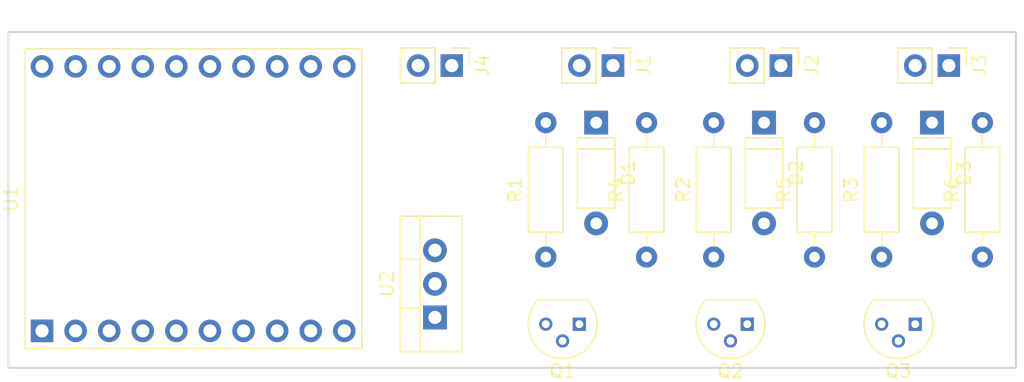
<source format=kicad_pcb>
(kicad_pcb (version 4) (host pcbnew 4.0.6)

  (general
    (links 29)
    (no_connects 29)
    (area 165.024999 68.504999 241.375001 119.455001)
    (thickness 1.6)
    (drawings 4)
    (tracks 0)
    (zones 0)
    (modules 18)
    (nets 16)
  )

  (page A4)
  (layers
    (0 F.Cu signal)
    (31 B.Cu signal)
    (32 B.Adhes user)
    (33 F.Adhes user)
    (34 B.Paste user)
    (35 F.Paste user)
    (36 B.SilkS user)
    (37 F.SilkS user)
    (38 B.Mask user)
    (39 F.Mask user)
    (40 Dwgs.User user)
    (41 Cmts.User user)
    (42 Eco1.User user)
    (43 Eco2.User user)
    (44 Edge.Cuts user)
    (45 Margin user)
    (46 B.CrtYd user)
    (47 F.CrtYd user)
    (48 B.Fab user)
    (49 F.Fab user)
  )

  (setup
    (last_trace_width 0.25)
    (trace_clearance 0.2)
    (zone_clearance 0.508)
    (zone_45_only no)
    (trace_min 0.2)
    (segment_width 0.2)
    (edge_width 0.15)
    (via_size 0.6)
    (via_drill 0.4)
    (via_min_size 0.4)
    (via_min_drill 0.3)
    (uvia_size 0.3)
    (uvia_drill 0.1)
    (uvias_allowed no)
    (uvia_min_size 0.2)
    (uvia_min_drill 0.1)
    (pcb_text_width 0.3)
    (pcb_text_size 1.5 1.5)
    (mod_edge_width 0.15)
    (mod_text_size 1 1)
    (mod_text_width 0.15)
    (pad_size 1.524 1.524)
    (pad_drill 0.762)
    (pad_to_mask_clearance 0.2)
    (aux_axis_origin 0 0)
    (visible_elements FFFFFF7F)
    (pcbplotparams
      (layerselection 0x00030_80000001)
      (usegerberextensions false)
      (excludeedgelayer true)
      (linewidth 0.100000)
      (plotframeref false)
      (viasonmask false)
      (mode 1)
      (useauxorigin false)
      (hpglpennumber 1)
      (hpglpenspeed 20)
      (hpglpendiameter 15)
      (hpglpenoverlay 2)
      (psnegative false)
      (psa4output false)
      (plotreference true)
      (plotvalue true)
      (plotinvisibletext false)
      (padsonsilk false)
      (subtractmaskfromsilk false)
      (outputformat 1)
      (mirror false)
      (drillshape 1)
      (scaleselection 1)
      (outputdirectory ""))
  )

  (net 0 "")
  (net 1 +12V)
  (net 2 "Net-(D1-Pad2)")
  (net 3 "Net-(D2-Pad2)")
  (net 4 "Net-(D3-Pad2)")
  (net 5 "Net-(J1-Pad2)")
  (net 6 "Net-(J2-Pad2)")
  (net 7 "Net-(J3-Pad2)")
  (net 8 GND)
  (net 9 "Net-(Q1-Pad2)")
  (net 10 "Net-(Q2-Pad2)")
  (net 11 "Net-(Q3-Pad2)")
  (net 12 "Net-(R1-Pad2)")
  (net 13 "Net-(R2-Pad2)")
  (net 14 "Net-(R3-Pad2)")
  (net 15 +3V3)

  (net_class Default "This is the default net class."
    (clearance 0.2)
    (trace_width 0.25)
    (via_dia 0.6)
    (via_drill 0.4)
    (uvia_dia 0.3)
    (uvia_drill 0.1)
    (add_net +12V)
    (add_net +3V3)
    (add_net GND)
    (add_net "Net-(D1-Pad2)")
    (add_net "Net-(D2-Pad2)")
    (add_net "Net-(D3-Pad2)")
    (add_net "Net-(J1-Pad2)")
    (add_net "Net-(J2-Pad2)")
    (add_net "Net-(J3-Pad2)")
    (add_net "Net-(Q1-Pad2)")
    (add_net "Net-(Q2-Pad2)")
    (add_net "Net-(Q3-Pad2)")
    (add_net "Net-(R1-Pad2)")
    (add_net "Net-(R2-Pad2)")
    (add_net "Net-(R3-Pad2)")
  )

  (module Diodes_ThroughHole:D_A-405_P7.62mm_Horizontal (layer F.Cu) (tedit 5921392E) (tstamp 59291490)
    (at 209.55 75.438 270)
    (descr "D, A-405 series, Axial, Horizontal, pin pitch=7.62mm, , length*diameter=5.2*2.7mm^2, , http://www.diodes.com/_files/packages/A-405.pdf")
    (tags "D A-405 series Axial Horizontal pin pitch 7.62mm  length 5.2mm diameter 2.7mm")
    (path /592915D9)
    (fp_text reference D1 (at 3.81 -2.41 270) (layer F.SilkS)
      (effects (font (size 1 1) (thickness 0.15)))
    )
    (fp_text value D (at 3.81 2.41 270) (layer F.Fab)
      (effects (font (size 1 1) (thickness 0.15)))
    )
    (fp_text user %R (at 3.81 0 270) (layer F.Fab)
      (effects (font (size 1 1) (thickness 0.15)))
    )
    (fp_line (start 1.21 -1.35) (end 1.21 1.35) (layer F.Fab) (width 0.1))
    (fp_line (start 1.21 1.35) (end 6.41 1.35) (layer F.Fab) (width 0.1))
    (fp_line (start 6.41 1.35) (end 6.41 -1.35) (layer F.Fab) (width 0.1))
    (fp_line (start 6.41 -1.35) (end 1.21 -1.35) (layer F.Fab) (width 0.1))
    (fp_line (start 0 0) (end 1.21 0) (layer F.Fab) (width 0.1))
    (fp_line (start 7.62 0) (end 6.41 0) (layer F.Fab) (width 0.1))
    (fp_line (start 1.99 -1.35) (end 1.99 1.35) (layer F.Fab) (width 0.1))
    (fp_line (start 1.15 -1.41) (end 1.15 1.41) (layer F.SilkS) (width 0.12))
    (fp_line (start 1.15 1.41) (end 6.47 1.41) (layer F.SilkS) (width 0.12))
    (fp_line (start 6.47 1.41) (end 6.47 -1.41) (layer F.SilkS) (width 0.12))
    (fp_line (start 6.47 -1.41) (end 1.15 -1.41) (layer F.SilkS) (width 0.12))
    (fp_line (start 1.08 0) (end 1.15 0) (layer F.SilkS) (width 0.12))
    (fp_line (start 6.54 0) (end 6.47 0) (layer F.SilkS) (width 0.12))
    (fp_line (start 1.99 -1.41) (end 1.99 1.41) (layer F.SilkS) (width 0.12))
    (fp_line (start -1.15 -1.7) (end -1.15 1.7) (layer F.CrtYd) (width 0.05))
    (fp_line (start -1.15 1.7) (end 8.8 1.7) (layer F.CrtYd) (width 0.05))
    (fp_line (start 8.8 1.7) (end 8.8 -1.7) (layer F.CrtYd) (width 0.05))
    (fp_line (start 8.8 -1.7) (end -1.15 -1.7) (layer F.CrtYd) (width 0.05))
    (pad 1 thru_hole rect (at 0 0 270) (size 1.8 1.8) (drill 0.9) (layers *.Cu *.Mask)
      (net 1 +12V))
    (pad 2 thru_hole oval (at 7.62 0 270) (size 1.8 1.8) (drill 0.9) (layers *.Cu *.Mask)
      (net 2 "Net-(D1-Pad2)"))
    (model ${KISYS3DMOD}/Diodes_THT.3dshapes/D_A-405_P7.62mm_Horizontal.wrl
      (at (xyz 0 0 0))
      (scale (xyz 0.393701 0.393701 0.393701))
      (rotate (xyz 0 0 0))
    )
  )

  (module Diodes_ThroughHole:D_A-405_P7.62mm_Horizontal (layer F.Cu) (tedit 5921392E) (tstamp 59291496)
    (at 222.25 75.438 270)
    (descr "D, A-405 series, Axial, Horizontal, pin pitch=7.62mm, , length*diameter=5.2*2.7mm^2, , http://www.diodes.com/_files/packages/A-405.pdf")
    (tags "D A-405 series Axial Horizontal pin pitch 7.62mm  length 5.2mm diameter 2.7mm")
    (path /59242B6F)
    (fp_text reference D2 (at 3.81 -2.41 270) (layer F.SilkS)
      (effects (font (size 1 1) (thickness 0.15)))
    )
    (fp_text value D (at 3.81 2.41 270) (layer F.Fab)
      (effects (font (size 1 1) (thickness 0.15)))
    )
    (fp_text user %R (at 3.81 0 270) (layer F.Fab)
      (effects (font (size 1 1) (thickness 0.15)))
    )
    (fp_line (start 1.21 -1.35) (end 1.21 1.35) (layer F.Fab) (width 0.1))
    (fp_line (start 1.21 1.35) (end 6.41 1.35) (layer F.Fab) (width 0.1))
    (fp_line (start 6.41 1.35) (end 6.41 -1.35) (layer F.Fab) (width 0.1))
    (fp_line (start 6.41 -1.35) (end 1.21 -1.35) (layer F.Fab) (width 0.1))
    (fp_line (start 0 0) (end 1.21 0) (layer F.Fab) (width 0.1))
    (fp_line (start 7.62 0) (end 6.41 0) (layer F.Fab) (width 0.1))
    (fp_line (start 1.99 -1.35) (end 1.99 1.35) (layer F.Fab) (width 0.1))
    (fp_line (start 1.15 -1.41) (end 1.15 1.41) (layer F.SilkS) (width 0.12))
    (fp_line (start 1.15 1.41) (end 6.47 1.41) (layer F.SilkS) (width 0.12))
    (fp_line (start 6.47 1.41) (end 6.47 -1.41) (layer F.SilkS) (width 0.12))
    (fp_line (start 6.47 -1.41) (end 1.15 -1.41) (layer F.SilkS) (width 0.12))
    (fp_line (start 1.08 0) (end 1.15 0) (layer F.SilkS) (width 0.12))
    (fp_line (start 6.54 0) (end 6.47 0) (layer F.SilkS) (width 0.12))
    (fp_line (start 1.99 -1.41) (end 1.99 1.41) (layer F.SilkS) (width 0.12))
    (fp_line (start -1.15 -1.7) (end -1.15 1.7) (layer F.CrtYd) (width 0.05))
    (fp_line (start -1.15 1.7) (end 8.8 1.7) (layer F.CrtYd) (width 0.05))
    (fp_line (start 8.8 1.7) (end 8.8 -1.7) (layer F.CrtYd) (width 0.05))
    (fp_line (start 8.8 -1.7) (end -1.15 -1.7) (layer F.CrtYd) (width 0.05))
    (pad 1 thru_hole rect (at 0 0 270) (size 1.8 1.8) (drill 0.9) (layers *.Cu *.Mask)
      (net 1 +12V))
    (pad 2 thru_hole oval (at 7.62 0 270) (size 1.8 1.8) (drill 0.9) (layers *.Cu *.Mask)
      (net 3 "Net-(D2-Pad2)"))
    (model ${KISYS3DMOD}/Diodes_THT.3dshapes/D_A-405_P7.62mm_Horizontal.wrl
      (at (xyz 0 0 0))
      (scale (xyz 0.393701 0.393701 0.393701))
      (rotate (xyz 0 0 0))
    )
  )

  (module Diodes_ThroughHole:D_A-405_P7.62mm_Horizontal (layer F.Cu) (tedit 5921392E) (tstamp 5929149C)
    (at 234.95 75.438 270)
    (descr "D, A-405 series, Axial, Horizontal, pin pitch=7.62mm, , length*diameter=5.2*2.7mm^2, , http://www.diodes.com/_files/packages/A-405.pdf")
    (tags "D A-405 series Axial Horizontal pin pitch 7.62mm  length 5.2mm diameter 2.7mm")
    (path /59291706)
    (fp_text reference D3 (at 3.81 -2.41 270) (layer F.SilkS)
      (effects (font (size 1 1) (thickness 0.15)))
    )
    (fp_text value D (at 3.81 2.41 270) (layer F.Fab)
      (effects (font (size 1 1) (thickness 0.15)))
    )
    (fp_text user %R (at 3.81 0 270) (layer F.Fab)
      (effects (font (size 1 1) (thickness 0.15)))
    )
    (fp_line (start 1.21 -1.35) (end 1.21 1.35) (layer F.Fab) (width 0.1))
    (fp_line (start 1.21 1.35) (end 6.41 1.35) (layer F.Fab) (width 0.1))
    (fp_line (start 6.41 1.35) (end 6.41 -1.35) (layer F.Fab) (width 0.1))
    (fp_line (start 6.41 -1.35) (end 1.21 -1.35) (layer F.Fab) (width 0.1))
    (fp_line (start 0 0) (end 1.21 0) (layer F.Fab) (width 0.1))
    (fp_line (start 7.62 0) (end 6.41 0) (layer F.Fab) (width 0.1))
    (fp_line (start 1.99 -1.35) (end 1.99 1.35) (layer F.Fab) (width 0.1))
    (fp_line (start 1.15 -1.41) (end 1.15 1.41) (layer F.SilkS) (width 0.12))
    (fp_line (start 1.15 1.41) (end 6.47 1.41) (layer F.SilkS) (width 0.12))
    (fp_line (start 6.47 1.41) (end 6.47 -1.41) (layer F.SilkS) (width 0.12))
    (fp_line (start 6.47 -1.41) (end 1.15 -1.41) (layer F.SilkS) (width 0.12))
    (fp_line (start 1.08 0) (end 1.15 0) (layer F.SilkS) (width 0.12))
    (fp_line (start 6.54 0) (end 6.47 0) (layer F.SilkS) (width 0.12))
    (fp_line (start 1.99 -1.41) (end 1.99 1.41) (layer F.SilkS) (width 0.12))
    (fp_line (start -1.15 -1.7) (end -1.15 1.7) (layer F.CrtYd) (width 0.05))
    (fp_line (start -1.15 1.7) (end 8.8 1.7) (layer F.CrtYd) (width 0.05))
    (fp_line (start 8.8 1.7) (end 8.8 -1.7) (layer F.CrtYd) (width 0.05))
    (fp_line (start 8.8 -1.7) (end -1.15 -1.7) (layer F.CrtYd) (width 0.05))
    (pad 1 thru_hole rect (at 0 0 270) (size 1.8 1.8) (drill 0.9) (layers *.Cu *.Mask)
      (net 1 +12V))
    (pad 2 thru_hole oval (at 7.62 0 270) (size 1.8 1.8) (drill 0.9) (layers *.Cu *.Mask)
      (net 4 "Net-(D3-Pad2)"))
    (model ${KISYS3DMOD}/Diodes_THT.3dshapes/D_A-405_P7.62mm_Horizontal.wrl
      (at (xyz 0 0 0))
      (scale (xyz 0.393701 0.393701 0.393701))
      (rotate (xyz 0 0 0))
    )
  )

  (module Pin_Headers:Pin_Header_Straight_1x02_Pitch2.54mm (layer F.Cu) (tedit 58CD4EC1) (tstamp 592914A2)
    (at 210.82 71.12 270)
    (descr "Through hole straight pin header, 1x02, 2.54mm pitch, single row")
    (tags "Through hole pin header THT 1x02 2.54mm single row")
    (path /592915E6)
    (fp_text reference J1 (at 0 -2.33 270) (layer F.SilkS)
      (effects (font (size 1 1) (thickness 0.15)))
    )
    (fp_text value CONN_01X02 (at 0 4.87 270) (layer F.Fab)
      (effects (font (size 1 1) (thickness 0.15)))
    )
    (fp_line (start -1.27 -1.27) (end -1.27 3.81) (layer F.Fab) (width 0.1))
    (fp_line (start -1.27 3.81) (end 1.27 3.81) (layer F.Fab) (width 0.1))
    (fp_line (start 1.27 3.81) (end 1.27 -1.27) (layer F.Fab) (width 0.1))
    (fp_line (start 1.27 -1.27) (end -1.27 -1.27) (layer F.Fab) (width 0.1))
    (fp_line (start -1.33 1.27) (end -1.33 3.87) (layer F.SilkS) (width 0.12))
    (fp_line (start -1.33 3.87) (end 1.33 3.87) (layer F.SilkS) (width 0.12))
    (fp_line (start 1.33 3.87) (end 1.33 1.27) (layer F.SilkS) (width 0.12))
    (fp_line (start 1.33 1.27) (end -1.33 1.27) (layer F.SilkS) (width 0.12))
    (fp_line (start -1.33 0) (end -1.33 -1.33) (layer F.SilkS) (width 0.12))
    (fp_line (start -1.33 -1.33) (end 0 -1.33) (layer F.SilkS) (width 0.12))
    (fp_line (start -1.8 -1.8) (end -1.8 4.35) (layer F.CrtYd) (width 0.05))
    (fp_line (start -1.8 4.35) (end 1.8 4.35) (layer F.CrtYd) (width 0.05))
    (fp_line (start 1.8 4.35) (end 1.8 -1.8) (layer F.CrtYd) (width 0.05))
    (fp_line (start 1.8 -1.8) (end -1.8 -1.8) (layer F.CrtYd) (width 0.05))
    (fp_text user %R (at 0 -2.33 270) (layer F.Fab)
      (effects (font (size 1 1) (thickness 0.15)))
    )
    (pad 1 thru_hole rect (at 0 0 270) (size 1.7 1.7) (drill 1) (layers *.Cu *.Mask)
      (net 1 +12V))
    (pad 2 thru_hole oval (at 0 2.54 270) (size 1.7 1.7) (drill 1) (layers *.Cu *.Mask)
      (net 5 "Net-(J1-Pad2)"))
    (model ${KISYS3DMOD}/Pin_Headers.3dshapes/Pin_Header_Straight_1x02_Pitch2.54mm.wrl
      (at (xyz 0 -0.05 0))
      (scale (xyz 1 1 1))
      (rotate (xyz 0 0 90))
    )
  )

  (module Pin_Headers:Pin_Header_Straight_1x02_Pitch2.54mm (layer F.Cu) (tedit 58CD4EC1) (tstamp 592914A8)
    (at 223.52 71.12 270)
    (descr "Through hole straight pin header, 1x02, 2.54mm pitch, single row")
    (tags "Through hole pin header THT 1x02 2.54mm single row")
    (path /59291013)
    (fp_text reference J2 (at 0 -2.33 270) (layer F.SilkS)
      (effects (font (size 1 1) (thickness 0.15)))
    )
    (fp_text value CONN_01X02 (at 0 4.87 270) (layer F.Fab)
      (effects (font (size 1 1) (thickness 0.15)))
    )
    (fp_line (start -1.27 -1.27) (end -1.27 3.81) (layer F.Fab) (width 0.1))
    (fp_line (start -1.27 3.81) (end 1.27 3.81) (layer F.Fab) (width 0.1))
    (fp_line (start 1.27 3.81) (end 1.27 -1.27) (layer F.Fab) (width 0.1))
    (fp_line (start 1.27 -1.27) (end -1.27 -1.27) (layer F.Fab) (width 0.1))
    (fp_line (start -1.33 1.27) (end -1.33 3.87) (layer F.SilkS) (width 0.12))
    (fp_line (start -1.33 3.87) (end 1.33 3.87) (layer F.SilkS) (width 0.12))
    (fp_line (start 1.33 3.87) (end 1.33 1.27) (layer F.SilkS) (width 0.12))
    (fp_line (start 1.33 1.27) (end -1.33 1.27) (layer F.SilkS) (width 0.12))
    (fp_line (start -1.33 0) (end -1.33 -1.33) (layer F.SilkS) (width 0.12))
    (fp_line (start -1.33 -1.33) (end 0 -1.33) (layer F.SilkS) (width 0.12))
    (fp_line (start -1.8 -1.8) (end -1.8 4.35) (layer F.CrtYd) (width 0.05))
    (fp_line (start -1.8 4.35) (end 1.8 4.35) (layer F.CrtYd) (width 0.05))
    (fp_line (start 1.8 4.35) (end 1.8 -1.8) (layer F.CrtYd) (width 0.05))
    (fp_line (start 1.8 -1.8) (end -1.8 -1.8) (layer F.CrtYd) (width 0.05))
    (fp_text user %R (at 0 -2.33 270) (layer F.Fab)
      (effects (font (size 1 1) (thickness 0.15)))
    )
    (pad 1 thru_hole rect (at 0 0 270) (size 1.7 1.7) (drill 1) (layers *.Cu *.Mask)
      (net 1 +12V))
    (pad 2 thru_hole oval (at 0 2.54 270) (size 1.7 1.7) (drill 1) (layers *.Cu *.Mask)
      (net 6 "Net-(J2-Pad2)"))
    (model ${KISYS3DMOD}/Pin_Headers.3dshapes/Pin_Header_Straight_1x02_Pitch2.54mm.wrl
      (at (xyz 0 -0.05 0))
      (scale (xyz 1 1 1))
      (rotate (xyz 0 0 90))
    )
  )

  (module Pin_Headers:Pin_Header_Straight_1x02_Pitch2.54mm (layer F.Cu) (tedit 58CD4EC1) (tstamp 592914AE)
    (at 236.22 71.12 270)
    (descr "Through hole straight pin header, 1x02, 2.54mm pitch, single row")
    (tags "Through hole pin header THT 1x02 2.54mm single row")
    (path /59291713)
    (fp_text reference J3 (at 0 -2.33 270) (layer F.SilkS)
      (effects (font (size 1 1) (thickness 0.15)))
    )
    (fp_text value CONN_01X02 (at 0 4.87 270) (layer F.Fab)
      (effects (font (size 1 1) (thickness 0.15)))
    )
    (fp_line (start -1.27 -1.27) (end -1.27 3.81) (layer F.Fab) (width 0.1))
    (fp_line (start -1.27 3.81) (end 1.27 3.81) (layer F.Fab) (width 0.1))
    (fp_line (start 1.27 3.81) (end 1.27 -1.27) (layer F.Fab) (width 0.1))
    (fp_line (start 1.27 -1.27) (end -1.27 -1.27) (layer F.Fab) (width 0.1))
    (fp_line (start -1.33 1.27) (end -1.33 3.87) (layer F.SilkS) (width 0.12))
    (fp_line (start -1.33 3.87) (end 1.33 3.87) (layer F.SilkS) (width 0.12))
    (fp_line (start 1.33 3.87) (end 1.33 1.27) (layer F.SilkS) (width 0.12))
    (fp_line (start 1.33 1.27) (end -1.33 1.27) (layer F.SilkS) (width 0.12))
    (fp_line (start -1.33 0) (end -1.33 -1.33) (layer F.SilkS) (width 0.12))
    (fp_line (start -1.33 -1.33) (end 0 -1.33) (layer F.SilkS) (width 0.12))
    (fp_line (start -1.8 -1.8) (end -1.8 4.35) (layer F.CrtYd) (width 0.05))
    (fp_line (start -1.8 4.35) (end 1.8 4.35) (layer F.CrtYd) (width 0.05))
    (fp_line (start 1.8 4.35) (end 1.8 -1.8) (layer F.CrtYd) (width 0.05))
    (fp_line (start 1.8 -1.8) (end -1.8 -1.8) (layer F.CrtYd) (width 0.05))
    (fp_text user %R (at 0 -2.33 270) (layer F.Fab)
      (effects (font (size 1 1) (thickness 0.15)))
    )
    (pad 1 thru_hole rect (at 0 0 270) (size 1.7 1.7) (drill 1) (layers *.Cu *.Mask)
      (net 1 +12V))
    (pad 2 thru_hole oval (at 0 2.54 270) (size 1.7 1.7) (drill 1) (layers *.Cu *.Mask)
      (net 7 "Net-(J3-Pad2)"))
    (model ${KISYS3DMOD}/Pin_Headers.3dshapes/Pin_Header_Straight_1x02_Pitch2.54mm.wrl
      (at (xyz 0 -0.05 0))
      (scale (xyz 1 1 1))
      (rotate (xyz 0 0 90))
    )
  )

  (module Pin_Headers:Pin_Header_Straight_1x02_Pitch2.54mm (layer F.Cu) (tedit 58CD4EC1) (tstamp 592914B4)
    (at 198.628 71.12 270)
    (descr "Through hole straight pin header, 1x02, 2.54mm pitch, single row")
    (tags "Through hole pin header THT 1x02 2.54mm single row")
    (path /59290BB2)
    (fp_text reference J4 (at 0 -2.33 270) (layer F.SilkS)
      (effects (font (size 1 1) (thickness 0.15)))
    )
    (fp_text value CONN_01X02 (at 0 4.87 270) (layer F.Fab)
      (effects (font (size 1 1) (thickness 0.15)))
    )
    (fp_line (start -1.27 -1.27) (end -1.27 3.81) (layer F.Fab) (width 0.1))
    (fp_line (start -1.27 3.81) (end 1.27 3.81) (layer F.Fab) (width 0.1))
    (fp_line (start 1.27 3.81) (end 1.27 -1.27) (layer F.Fab) (width 0.1))
    (fp_line (start 1.27 -1.27) (end -1.27 -1.27) (layer F.Fab) (width 0.1))
    (fp_line (start -1.33 1.27) (end -1.33 3.87) (layer F.SilkS) (width 0.12))
    (fp_line (start -1.33 3.87) (end 1.33 3.87) (layer F.SilkS) (width 0.12))
    (fp_line (start 1.33 3.87) (end 1.33 1.27) (layer F.SilkS) (width 0.12))
    (fp_line (start 1.33 1.27) (end -1.33 1.27) (layer F.SilkS) (width 0.12))
    (fp_line (start -1.33 0) (end -1.33 -1.33) (layer F.SilkS) (width 0.12))
    (fp_line (start -1.33 -1.33) (end 0 -1.33) (layer F.SilkS) (width 0.12))
    (fp_line (start -1.8 -1.8) (end -1.8 4.35) (layer F.CrtYd) (width 0.05))
    (fp_line (start -1.8 4.35) (end 1.8 4.35) (layer F.CrtYd) (width 0.05))
    (fp_line (start 1.8 4.35) (end 1.8 -1.8) (layer F.CrtYd) (width 0.05))
    (fp_line (start 1.8 -1.8) (end -1.8 -1.8) (layer F.CrtYd) (width 0.05))
    (fp_text user %R (at 0 -2.33 270) (layer F.Fab)
      (effects (font (size 1 1) (thickness 0.15)))
    )
    (pad 1 thru_hole rect (at 0 0 270) (size 1.7 1.7) (drill 1) (layers *.Cu *.Mask)
      (net 1 +12V))
    (pad 2 thru_hole oval (at 0 2.54 270) (size 1.7 1.7) (drill 1) (layers *.Cu *.Mask)
      (net 8 GND))
    (model ${KISYS3DMOD}/Pin_Headers.3dshapes/Pin_Header_Straight_1x02_Pitch2.54mm.wrl
      (at (xyz 0 -0.05 0))
      (scale (xyz 1 1 1))
      (rotate (xyz 0 0 90))
    )
  )

  (module TO_SOT_Packages_THT:TO-92_Molded_Narrow (layer F.Cu) (tedit 58CE52AF) (tstamp 592914BB)
    (at 208.28 90.678 180)
    (descr "TO-92 leads molded, narrow, drill 0.6mm (see NXP sot054_po.pdf)")
    (tags "to-92 sc-43 sc-43a sot54 PA33 transistor")
    (path /5924289D)
    (fp_text reference Q1 (at 1.27 -3.56 180) (layer F.SilkS)
      (effects (font (size 1 1) (thickness 0.15)))
    )
    (fp_text value BC549 (at 1.27 2.79 180) (layer F.Fab)
      (effects (font (size 1 1) (thickness 0.15)))
    )
    (fp_text user %R (at 1.27 -3.56 180) (layer F.Fab)
      (effects (font (size 1 1) (thickness 0.15)))
    )
    (fp_line (start -0.53 1.85) (end 3.07 1.85) (layer F.SilkS) (width 0.12))
    (fp_line (start -0.5 1.75) (end 3 1.75) (layer F.Fab) (width 0.1))
    (fp_line (start -1.46 -2.73) (end 4 -2.73) (layer F.CrtYd) (width 0.05))
    (fp_line (start -1.46 -2.73) (end -1.46 2.01) (layer F.CrtYd) (width 0.05))
    (fp_line (start 4 2.01) (end 4 -2.73) (layer F.CrtYd) (width 0.05))
    (fp_line (start 4 2.01) (end -1.46 2.01) (layer F.CrtYd) (width 0.05))
    (fp_arc (start 1.27 0) (end 1.27 -2.48) (angle 135) (layer F.Fab) (width 0.1))
    (fp_arc (start 1.27 0) (end 1.27 -2.6) (angle -135) (layer F.SilkS) (width 0.12))
    (fp_arc (start 1.27 0) (end 1.27 -2.48) (angle -135) (layer F.Fab) (width 0.1))
    (fp_arc (start 1.27 0) (end 1.27 -2.6) (angle 135) (layer F.SilkS) (width 0.12))
    (pad 2 thru_hole circle (at 1.27 -1.27 270) (size 1 1) (drill 0.6) (layers *.Cu *.Mask)
      (net 9 "Net-(Q1-Pad2)"))
    (pad 3 thru_hole circle (at 2.54 0 270) (size 1 1) (drill 0.6) (layers *.Cu *.Mask)
      (net 8 GND))
    (pad 1 thru_hole rect (at 0 0 270) (size 1 1) (drill 0.6) (layers *.Cu *.Mask)
      (net 5 "Net-(J1-Pad2)"))
    (model ${KISYS3DMOD}/TO_SOT_Packages_THT.3dshapes/TO-92_Molded_Narrow.wrl
      (at (xyz 0.05 0 0))
      (scale (xyz 1 1 1))
      (rotate (xyz 0 0 -90))
    )
  )

  (module TO_SOT_Packages_THT:TO-92_Molded_Narrow (layer F.Cu) (tedit 58CE52AF) (tstamp 592914C2)
    (at 220.98 90.678 180)
    (descr "TO-92 leads molded, narrow, drill 0.6mm (see NXP sot054_po.pdf)")
    (tags "to-92 sc-43 sc-43a sot54 PA33 transistor")
    (path /592428F9)
    (fp_text reference Q2 (at 1.27 -3.56 180) (layer F.SilkS)
      (effects (font (size 1 1) (thickness 0.15)))
    )
    (fp_text value BC549 (at 1.27 2.79 180) (layer F.Fab)
      (effects (font (size 1 1) (thickness 0.15)))
    )
    (fp_text user %R (at 1.27 -3.56 180) (layer F.Fab)
      (effects (font (size 1 1) (thickness 0.15)))
    )
    (fp_line (start -0.53 1.85) (end 3.07 1.85) (layer F.SilkS) (width 0.12))
    (fp_line (start -0.5 1.75) (end 3 1.75) (layer F.Fab) (width 0.1))
    (fp_line (start -1.46 -2.73) (end 4 -2.73) (layer F.CrtYd) (width 0.05))
    (fp_line (start -1.46 -2.73) (end -1.46 2.01) (layer F.CrtYd) (width 0.05))
    (fp_line (start 4 2.01) (end 4 -2.73) (layer F.CrtYd) (width 0.05))
    (fp_line (start 4 2.01) (end -1.46 2.01) (layer F.CrtYd) (width 0.05))
    (fp_arc (start 1.27 0) (end 1.27 -2.48) (angle 135) (layer F.Fab) (width 0.1))
    (fp_arc (start 1.27 0) (end 1.27 -2.6) (angle -135) (layer F.SilkS) (width 0.12))
    (fp_arc (start 1.27 0) (end 1.27 -2.48) (angle -135) (layer F.Fab) (width 0.1))
    (fp_arc (start 1.27 0) (end 1.27 -2.6) (angle 135) (layer F.SilkS) (width 0.12))
    (pad 2 thru_hole circle (at 1.27 -1.27 270) (size 1 1) (drill 0.6) (layers *.Cu *.Mask)
      (net 10 "Net-(Q2-Pad2)"))
    (pad 3 thru_hole circle (at 2.54 0 270) (size 1 1) (drill 0.6) (layers *.Cu *.Mask)
      (net 8 GND))
    (pad 1 thru_hole rect (at 0 0 270) (size 1 1) (drill 0.6) (layers *.Cu *.Mask)
      (net 6 "Net-(J2-Pad2)"))
    (model ${KISYS3DMOD}/TO_SOT_Packages_THT.3dshapes/TO-92_Molded_Narrow.wrl
      (at (xyz 0.05 0 0))
      (scale (xyz 1 1 1))
      (rotate (xyz 0 0 -90))
    )
  )

  (module TO_SOT_Packages_THT:TO-92_Molded_Narrow (layer F.Cu) (tedit 58CE52AF) (tstamp 592914C9)
    (at 233.68 90.678 180)
    (descr "TO-92 leads molded, narrow, drill 0.6mm (see NXP sot054_po.pdf)")
    (tags "to-92 sc-43 sc-43a sot54 PA33 transistor")
    (path /592428C3)
    (fp_text reference Q3 (at 1.27 -3.56 180) (layer F.SilkS)
      (effects (font (size 1 1) (thickness 0.15)))
    )
    (fp_text value BC549 (at 1.27 2.79 180) (layer F.Fab)
      (effects (font (size 1 1) (thickness 0.15)))
    )
    (fp_text user %R (at 1.27 -3.56 180) (layer F.Fab)
      (effects (font (size 1 1) (thickness 0.15)))
    )
    (fp_line (start -0.53 1.85) (end 3.07 1.85) (layer F.SilkS) (width 0.12))
    (fp_line (start -0.5 1.75) (end 3 1.75) (layer F.Fab) (width 0.1))
    (fp_line (start -1.46 -2.73) (end 4 -2.73) (layer F.CrtYd) (width 0.05))
    (fp_line (start -1.46 -2.73) (end -1.46 2.01) (layer F.CrtYd) (width 0.05))
    (fp_line (start 4 2.01) (end 4 -2.73) (layer F.CrtYd) (width 0.05))
    (fp_line (start 4 2.01) (end -1.46 2.01) (layer F.CrtYd) (width 0.05))
    (fp_arc (start 1.27 0) (end 1.27 -2.48) (angle 135) (layer F.Fab) (width 0.1))
    (fp_arc (start 1.27 0) (end 1.27 -2.6) (angle -135) (layer F.SilkS) (width 0.12))
    (fp_arc (start 1.27 0) (end 1.27 -2.48) (angle -135) (layer F.Fab) (width 0.1))
    (fp_arc (start 1.27 0) (end 1.27 -2.6) (angle 135) (layer F.SilkS) (width 0.12))
    (pad 2 thru_hole circle (at 1.27 -1.27 270) (size 1 1) (drill 0.6) (layers *.Cu *.Mask)
      (net 11 "Net-(Q3-Pad2)"))
    (pad 3 thru_hole circle (at 2.54 0 270) (size 1 1) (drill 0.6) (layers *.Cu *.Mask)
      (net 8 GND))
    (pad 1 thru_hole rect (at 0 0 270) (size 1 1) (drill 0.6) (layers *.Cu *.Mask)
      (net 7 "Net-(J3-Pad2)"))
    (model ${KISYS3DMOD}/TO_SOT_Packages_THT.3dshapes/TO-92_Molded_Narrow.wrl
      (at (xyz 0.05 0 0))
      (scale (xyz 1 1 1))
      (rotate (xyz 0 0 -90))
    )
  )

  (module Resistors_ThroughHole:R_Axial_DIN0207_L6.3mm_D2.5mm_P10.16mm_Horizontal (layer F.Cu) (tedit 5874F706) (tstamp 592914CF)
    (at 205.74 85.598 90)
    (descr "Resistor, Axial_DIN0207 series, Axial, Horizontal, pin pitch=10.16mm, 0.25W = 1/4W, length*diameter=6.3*2.5mm^2, http://cdn-reichelt.de/documents/datenblatt/B400/1_4W%23YAG.pdf")
    (tags "Resistor Axial_DIN0207 series Axial Horizontal pin pitch 10.16mm 0.25W = 1/4W length 6.3mm diameter 2.5mm")
    (path /59242B31)
    (fp_text reference R1 (at 5.08 -2.31 90) (layer F.SilkS)
      (effects (font (size 1 1) (thickness 0.15)))
    )
    (fp_text value 860 (at 5.08 2.31 90) (layer F.Fab)
      (effects (font (size 1 1) (thickness 0.15)))
    )
    (fp_line (start 1.93 -1.25) (end 1.93 1.25) (layer F.Fab) (width 0.1))
    (fp_line (start 1.93 1.25) (end 8.23 1.25) (layer F.Fab) (width 0.1))
    (fp_line (start 8.23 1.25) (end 8.23 -1.25) (layer F.Fab) (width 0.1))
    (fp_line (start 8.23 -1.25) (end 1.93 -1.25) (layer F.Fab) (width 0.1))
    (fp_line (start 0 0) (end 1.93 0) (layer F.Fab) (width 0.1))
    (fp_line (start 10.16 0) (end 8.23 0) (layer F.Fab) (width 0.1))
    (fp_line (start 1.87 -1.31) (end 1.87 1.31) (layer F.SilkS) (width 0.12))
    (fp_line (start 1.87 1.31) (end 8.29 1.31) (layer F.SilkS) (width 0.12))
    (fp_line (start 8.29 1.31) (end 8.29 -1.31) (layer F.SilkS) (width 0.12))
    (fp_line (start 8.29 -1.31) (end 1.87 -1.31) (layer F.SilkS) (width 0.12))
    (fp_line (start 0.98 0) (end 1.87 0) (layer F.SilkS) (width 0.12))
    (fp_line (start 9.18 0) (end 8.29 0) (layer F.SilkS) (width 0.12))
    (fp_line (start -1.05 -1.6) (end -1.05 1.6) (layer F.CrtYd) (width 0.05))
    (fp_line (start -1.05 1.6) (end 11.25 1.6) (layer F.CrtYd) (width 0.05))
    (fp_line (start 11.25 1.6) (end 11.25 -1.6) (layer F.CrtYd) (width 0.05))
    (fp_line (start 11.25 -1.6) (end -1.05 -1.6) (layer F.CrtYd) (width 0.05))
    (pad 1 thru_hole circle (at 0 0 90) (size 1.6 1.6) (drill 0.8) (layers *.Cu *.Mask)
      (net 9 "Net-(Q1-Pad2)"))
    (pad 2 thru_hole oval (at 10.16 0 90) (size 1.6 1.6) (drill 0.8) (layers *.Cu *.Mask)
      (net 12 "Net-(R1-Pad2)"))
    (model Resistors_THT.3dshapes/R_Axial_DIN0207_L6.3mm_D2.5mm_P10.16mm_Horizontal.wrl
      (at (xyz 0 0 0))
      (scale (xyz 0.393701 0.393701 0.393701))
      (rotate (xyz 0 0 0))
    )
  )

  (module Resistors_ThroughHole:R_Axial_DIN0207_L6.3mm_D2.5mm_P10.16mm_Horizontal (layer F.Cu) (tedit 5874F706) (tstamp 592914D5)
    (at 218.44 85.598 90)
    (descr "Resistor, Axial_DIN0207 series, Axial, Horizontal, pin pitch=10.16mm, 0.25W = 1/4W, length*diameter=6.3*2.5mm^2, http://cdn-reichelt.de/documents/datenblatt/B400/1_4W%23YAG.pdf")
    (tags "Resistor Axial_DIN0207 series Axial Horizontal pin pitch 10.16mm 0.25W = 1/4W length 6.3mm diameter 2.5mm")
    (path /59242A98)
    (fp_text reference R2 (at 5.08 -2.31 90) (layer F.SilkS)
      (effects (font (size 1 1) (thickness 0.15)))
    )
    (fp_text value 860 (at 5.08 2.31 90) (layer F.Fab)
      (effects (font (size 1 1) (thickness 0.15)))
    )
    (fp_line (start 1.93 -1.25) (end 1.93 1.25) (layer F.Fab) (width 0.1))
    (fp_line (start 1.93 1.25) (end 8.23 1.25) (layer F.Fab) (width 0.1))
    (fp_line (start 8.23 1.25) (end 8.23 -1.25) (layer F.Fab) (width 0.1))
    (fp_line (start 8.23 -1.25) (end 1.93 -1.25) (layer F.Fab) (width 0.1))
    (fp_line (start 0 0) (end 1.93 0) (layer F.Fab) (width 0.1))
    (fp_line (start 10.16 0) (end 8.23 0) (layer F.Fab) (width 0.1))
    (fp_line (start 1.87 -1.31) (end 1.87 1.31) (layer F.SilkS) (width 0.12))
    (fp_line (start 1.87 1.31) (end 8.29 1.31) (layer F.SilkS) (width 0.12))
    (fp_line (start 8.29 1.31) (end 8.29 -1.31) (layer F.SilkS) (width 0.12))
    (fp_line (start 8.29 -1.31) (end 1.87 -1.31) (layer F.SilkS) (width 0.12))
    (fp_line (start 0.98 0) (end 1.87 0) (layer F.SilkS) (width 0.12))
    (fp_line (start 9.18 0) (end 8.29 0) (layer F.SilkS) (width 0.12))
    (fp_line (start -1.05 -1.6) (end -1.05 1.6) (layer F.CrtYd) (width 0.05))
    (fp_line (start -1.05 1.6) (end 11.25 1.6) (layer F.CrtYd) (width 0.05))
    (fp_line (start 11.25 1.6) (end 11.25 -1.6) (layer F.CrtYd) (width 0.05))
    (fp_line (start 11.25 -1.6) (end -1.05 -1.6) (layer F.CrtYd) (width 0.05))
    (pad 1 thru_hole circle (at 0 0 90) (size 1.6 1.6) (drill 0.8) (layers *.Cu *.Mask)
      (net 10 "Net-(Q2-Pad2)"))
    (pad 2 thru_hole oval (at 10.16 0 90) (size 1.6 1.6) (drill 0.8) (layers *.Cu *.Mask)
      (net 13 "Net-(R2-Pad2)"))
    (model Resistors_THT.3dshapes/R_Axial_DIN0207_L6.3mm_D2.5mm_P10.16mm_Horizontal.wrl
      (at (xyz 0 0 0))
      (scale (xyz 0.393701 0.393701 0.393701))
      (rotate (xyz 0 0 0))
    )
  )

  (module Resistors_ThroughHole:R_Axial_DIN0207_L6.3mm_D2.5mm_P10.16mm_Horizontal (layer F.Cu) (tedit 5874F706) (tstamp 592914DB)
    (at 231.14 85.598 90)
    (descr "Resistor, Axial_DIN0207 series, Axial, Horizontal, pin pitch=10.16mm, 0.25W = 1/4W, length*diameter=6.3*2.5mm^2, http://cdn-reichelt.de/documents/datenblatt/B400/1_4W%23YAG.pdf")
    (tags "Resistor Axial_DIN0207 series Axial Horizontal pin pitch 10.16mm 0.25W = 1/4W length 6.3mm diameter 2.5mm")
    (path /59242AEF)
    (fp_text reference R3 (at 5.08 -2.31 90) (layer F.SilkS)
      (effects (font (size 1 1) (thickness 0.15)))
    )
    (fp_text value 860 (at 5.08 2.31 90) (layer F.Fab)
      (effects (font (size 1 1) (thickness 0.15)))
    )
    (fp_line (start 1.93 -1.25) (end 1.93 1.25) (layer F.Fab) (width 0.1))
    (fp_line (start 1.93 1.25) (end 8.23 1.25) (layer F.Fab) (width 0.1))
    (fp_line (start 8.23 1.25) (end 8.23 -1.25) (layer F.Fab) (width 0.1))
    (fp_line (start 8.23 -1.25) (end 1.93 -1.25) (layer F.Fab) (width 0.1))
    (fp_line (start 0 0) (end 1.93 0) (layer F.Fab) (width 0.1))
    (fp_line (start 10.16 0) (end 8.23 0) (layer F.Fab) (width 0.1))
    (fp_line (start 1.87 -1.31) (end 1.87 1.31) (layer F.SilkS) (width 0.12))
    (fp_line (start 1.87 1.31) (end 8.29 1.31) (layer F.SilkS) (width 0.12))
    (fp_line (start 8.29 1.31) (end 8.29 -1.31) (layer F.SilkS) (width 0.12))
    (fp_line (start 8.29 -1.31) (end 1.87 -1.31) (layer F.SilkS) (width 0.12))
    (fp_line (start 0.98 0) (end 1.87 0) (layer F.SilkS) (width 0.12))
    (fp_line (start 9.18 0) (end 8.29 0) (layer F.SilkS) (width 0.12))
    (fp_line (start -1.05 -1.6) (end -1.05 1.6) (layer F.CrtYd) (width 0.05))
    (fp_line (start -1.05 1.6) (end 11.25 1.6) (layer F.CrtYd) (width 0.05))
    (fp_line (start 11.25 1.6) (end 11.25 -1.6) (layer F.CrtYd) (width 0.05))
    (fp_line (start 11.25 -1.6) (end -1.05 -1.6) (layer F.CrtYd) (width 0.05))
    (pad 1 thru_hole circle (at 0 0 90) (size 1.6 1.6) (drill 0.8) (layers *.Cu *.Mask)
      (net 11 "Net-(Q3-Pad2)"))
    (pad 2 thru_hole oval (at 10.16 0 90) (size 1.6 1.6) (drill 0.8) (layers *.Cu *.Mask)
      (net 14 "Net-(R3-Pad2)"))
    (model Resistors_THT.3dshapes/R_Axial_DIN0207_L6.3mm_D2.5mm_P10.16mm_Horizontal.wrl
      (at (xyz 0 0 0))
      (scale (xyz 0.393701 0.393701 0.393701))
      (rotate (xyz 0 0 0))
    )
  )

  (module Resistors_ThroughHole:R_Axial_DIN0207_L6.3mm_D2.5mm_P10.16mm_Horizontal (layer F.Cu) (tedit 5874F706) (tstamp 592914E1)
    (at 213.36 85.598 90)
    (descr "Resistor, Axial_DIN0207 series, Axial, Horizontal, pin pitch=10.16mm, 0.25W = 1/4W, length*diameter=6.3*2.5mm^2, http://cdn-reichelt.de/documents/datenblatt/B400/1_4W%23YAG.pdf")
    (tags "Resistor Axial_DIN0207 series Axial Horizontal pin pitch 10.16mm 0.25W = 1/4W length 6.3mm diameter 2.5mm")
    (path /592915DF)
    (fp_text reference R4 (at 5.08 -2.31 90) (layer F.SilkS)
      (effects (font (size 1 1) (thickness 0.15)))
    )
    (fp_text value 100 (at 5.08 2.31 90) (layer F.Fab)
      (effects (font (size 1 1) (thickness 0.15)))
    )
    (fp_line (start 1.93 -1.25) (end 1.93 1.25) (layer F.Fab) (width 0.1))
    (fp_line (start 1.93 1.25) (end 8.23 1.25) (layer F.Fab) (width 0.1))
    (fp_line (start 8.23 1.25) (end 8.23 -1.25) (layer F.Fab) (width 0.1))
    (fp_line (start 8.23 -1.25) (end 1.93 -1.25) (layer F.Fab) (width 0.1))
    (fp_line (start 0 0) (end 1.93 0) (layer F.Fab) (width 0.1))
    (fp_line (start 10.16 0) (end 8.23 0) (layer F.Fab) (width 0.1))
    (fp_line (start 1.87 -1.31) (end 1.87 1.31) (layer F.SilkS) (width 0.12))
    (fp_line (start 1.87 1.31) (end 8.29 1.31) (layer F.SilkS) (width 0.12))
    (fp_line (start 8.29 1.31) (end 8.29 -1.31) (layer F.SilkS) (width 0.12))
    (fp_line (start 8.29 -1.31) (end 1.87 -1.31) (layer F.SilkS) (width 0.12))
    (fp_line (start 0.98 0) (end 1.87 0) (layer F.SilkS) (width 0.12))
    (fp_line (start 9.18 0) (end 8.29 0) (layer F.SilkS) (width 0.12))
    (fp_line (start -1.05 -1.6) (end -1.05 1.6) (layer F.CrtYd) (width 0.05))
    (fp_line (start -1.05 1.6) (end 11.25 1.6) (layer F.CrtYd) (width 0.05))
    (fp_line (start 11.25 1.6) (end 11.25 -1.6) (layer F.CrtYd) (width 0.05))
    (fp_line (start 11.25 -1.6) (end -1.05 -1.6) (layer F.CrtYd) (width 0.05))
    (pad 1 thru_hole circle (at 0 0 90) (size 1.6 1.6) (drill 0.8) (layers *.Cu *.Mask)
      (net 2 "Net-(D1-Pad2)"))
    (pad 2 thru_hole oval (at 10.16 0 90) (size 1.6 1.6) (drill 0.8) (layers *.Cu *.Mask)
      (net 5 "Net-(J1-Pad2)"))
    (model Resistors_THT.3dshapes/R_Axial_DIN0207_L6.3mm_D2.5mm_P10.16mm_Horizontal.wrl
      (at (xyz 0 0 0))
      (scale (xyz 0.393701 0.393701 0.393701))
      (rotate (xyz 0 0 0))
    )
  )

  (module Resistors_ThroughHole:R_Axial_DIN0207_L6.3mm_D2.5mm_P10.16mm_Horizontal (layer F.Cu) (tedit 5874F706) (tstamp 592914E7)
    (at 226.06 85.598 90)
    (descr "Resistor, Axial_DIN0207 series, Axial, Horizontal, pin pitch=10.16mm, 0.25W = 1/4W, length*diameter=6.3*2.5mm^2, http://cdn-reichelt.de/documents/datenblatt/B400/1_4W%23YAG.pdf")
    (tags "Resistor Axial_DIN0207 series Axial Horizontal pin pitch 10.16mm 0.25W = 1/4W length 6.3mm diameter 2.5mm")
    (path /59242D79)
    (fp_text reference R5 (at 5.08 -2.31 90) (layer F.SilkS)
      (effects (font (size 1 1) (thickness 0.15)))
    )
    (fp_text value 100 (at 5.08 2.31 90) (layer F.Fab)
      (effects (font (size 1 1) (thickness 0.15)))
    )
    (fp_line (start 1.93 -1.25) (end 1.93 1.25) (layer F.Fab) (width 0.1))
    (fp_line (start 1.93 1.25) (end 8.23 1.25) (layer F.Fab) (width 0.1))
    (fp_line (start 8.23 1.25) (end 8.23 -1.25) (layer F.Fab) (width 0.1))
    (fp_line (start 8.23 -1.25) (end 1.93 -1.25) (layer F.Fab) (width 0.1))
    (fp_line (start 0 0) (end 1.93 0) (layer F.Fab) (width 0.1))
    (fp_line (start 10.16 0) (end 8.23 0) (layer F.Fab) (width 0.1))
    (fp_line (start 1.87 -1.31) (end 1.87 1.31) (layer F.SilkS) (width 0.12))
    (fp_line (start 1.87 1.31) (end 8.29 1.31) (layer F.SilkS) (width 0.12))
    (fp_line (start 8.29 1.31) (end 8.29 -1.31) (layer F.SilkS) (width 0.12))
    (fp_line (start 8.29 -1.31) (end 1.87 -1.31) (layer F.SilkS) (width 0.12))
    (fp_line (start 0.98 0) (end 1.87 0) (layer F.SilkS) (width 0.12))
    (fp_line (start 9.18 0) (end 8.29 0) (layer F.SilkS) (width 0.12))
    (fp_line (start -1.05 -1.6) (end -1.05 1.6) (layer F.CrtYd) (width 0.05))
    (fp_line (start -1.05 1.6) (end 11.25 1.6) (layer F.CrtYd) (width 0.05))
    (fp_line (start 11.25 1.6) (end 11.25 -1.6) (layer F.CrtYd) (width 0.05))
    (fp_line (start 11.25 -1.6) (end -1.05 -1.6) (layer F.CrtYd) (width 0.05))
    (pad 1 thru_hole circle (at 0 0 90) (size 1.6 1.6) (drill 0.8) (layers *.Cu *.Mask)
      (net 3 "Net-(D2-Pad2)"))
    (pad 2 thru_hole oval (at 10.16 0 90) (size 1.6 1.6) (drill 0.8) (layers *.Cu *.Mask)
      (net 6 "Net-(J2-Pad2)"))
    (model Resistors_THT.3dshapes/R_Axial_DIN0207_L6.3mm_D2.5mm_P10.16mm_Horizontal.wrl
      (at (xyz 0 0 0))
      (scale (xyz 0.393701 0.393701 0.393701))
      (rotate (xyz 0 0 0))
    )
  )

  (module Resistors_ThroughHole:R_Axial_DIN0207_L6.3mm_D2.5mm_P10.16mm_Horizontal (layer F.Cu) (tedit 5874F706) (tstamp 592914ED)
    (at 238.76 85.598 90)
    (descr "Resistor, Axial_DIN0207 series, Axial, Horizontal, pin pitch=10.16mm, 0.25W = 1/4W, length*diameter=6.3*2.5mm^2, http://cdn-reichelt.de/documents/datenblatt/B400/1_4W%23YAG.pdf")
    (tags "Resistor Axial_DIN0207 series Axial Horizontal pin pitch 10.16mm 0.25W = 1/4W length 6.3mm diameter 2.5mm")
    (path /5929170C)
    (fp_text reference R6 (at 5.08 -2.31 90) (layer F.SilkS)
      (effects (font (size 1 1) (thickness 0.15)))
    )
    (fp_text value 100 (at 5.08 2.31 90) (layer F.Fab)
      (effects (font (size 1 1) (thickness 0.15)))
    )
    (fp_line (start 1.93 -1.25) (end 1.93 1.25) (layer F.Fab) (width 0.1))
    (fp_line (start 1.93 1.25) (end 8.23 1.25) (layer F.Fab) (width 0.1))
    (fp_line (start 8.23 1.25) (end 8.23 -1.25) (layer F.Fab) (width 0.1))
    (fp_line (start 8.23 -1.25) (end 1.93 -1.25) (layer F.Fab) (width 0.1))
    (fp_line (start 0 0) (end 1.93 0) (layer F.Fab) (width 0.1))
    (fp_line (start 10.16 0) (end 8.23 0) (layer F.Fab) (width 0.1))
    (fp_line (start 1.87 -1.31) (end 1.87 1.31) (layer F.SilkS) (width 0.12))
    (fp_line (start 1.87 1.31) (end 8.29 1.31) (layer F.SilkS) (width 0.12))
    (fp_line (start 8.29 1.31) (end 8.29 -1.31) (layer F.SilkS) (width 0.12))
    (fp_line (start 8.29 -1.31) (end 1.87 -1.31) (layer F.SilkS) (width 0.12))
    (fp_line (start 0.98 0) (end 1.87 0) (layer F.SilkS) (width 0.12))
    (fp_line (start 9.18 0) (end 8.29 0) (layer F.SilkS) (width 0.12))
    (fp_line (start -1.05 -1.6) (end -1.05 1.6) (layer F.CrtYd) (width 0.05))
    (fp_line (start -1.05 1.6) (end 11.25 1.6) (layer F.CrtYd) (width 0.05))
    (fp_line (start 11.25 1.6) (end 11.25 -1.6) (layer F.CrtYd) (width 0.05))
    (fp_line (start 11.25 -1.6) (end -1.05 -1.6) (layer F.CrtYd) (width 0.05))
    (pad 1 thru_hole circle (at 0 0 90) (size 1.6 1.6) (drill 0.8) (layers *.Cu *.Mask)
      (net 4 "Net-(D3-Pad2)"))
    (pad 2 thru_hole oval (at 10.16 0 90) (size 1.6 1.6) (drill 0.8) (layers *.Cu *.Mask)
      (net 7 "Net-(J3-Pad2)"))
    (model Resistors_THT.3dshapes/R_Axial_DIN0207_L6.3mm_D2.5mm_P10.16mm_Horizontal.wrl
      (at (xyz 0 0 0))
      (scale (xyz 0.393701 0.393701 0.393701))
      (rotate (xyz 0 0 0))
    )
  )

  (module Adafruit_Huzzah:Adafruit_Huzzah_ESP8266_Breakout (layer F.Cu) (tedit 59291408) (tstamp 59291505)
    (at 167.64 81.186 90)
    (descr "Adafruit Huzzah ESP8266 Breakout")
    (tags "ESP8266 Adafruit Huzzah")
    (path /5924438A)
    (fp_text reference U1 (at 0 -2.33 90) (layer F.SilkS)
      (effects (font (size 1 1) (thickness 0.15)))
    )
    (fp_text value Adafruit_Huzzah (at 0 25.19 90) (layer F.Fab)
      (effects (font (size 1 1) (thickness 0.15)))
    )
    (fp_line (start -11.27 -1.27) (end -11.27 24.13) (layer F.Fab) (width 0.1))
    (fp_line (start -11.27 24.13) (end 11.27 24.13) (layer F.Fab) (width 0.1))
    (fp_line (start 11.27 24.13) (end 11.27 -1.27) (layer F.Fab) (width 0.1))
    (fp_line (start 11.27 -1.27) (end -11.27 -1.27) (layer F.Fab) (width 0.1))
    (fp_line (start -11.33 -1.27) (end -11.33 24.19) (layer F.SilkS) (width 0.12))
    (fp_line (start -11.33 24.19) (end 11.33 24.19) (layer F.SilkS) (width 0.12))
    (fp_line (start 11.33 24.19) (end 11.33 -1.27) (layer F.SilkS) (width 0.12))
    (fp_line (start 11.33 -1.27) (end -11.33 -1.27) (layer F.SilkS) (width 0.12))
    (fp_line (start -1.8 -1.8) (end -1.8 24.65) (layer F.CrtYd) (width 0.05))
    (fp_line (start -1.8 24.65) (end 1.8 24.65) (layer F.CrtYd) (width 0.05))
    (fp_line (start 1.8 24.65) (end 1.8 -1.8) (layer F.CrtYd) (width 0.05))
    (fp_line (start 1.8 -1.8) (end -1.8 -1.8) (layer F.CrtYd) (width 0.05))
    (fp_text user %R (at 0 -2.33 90) (layer F.Fab)
      (effects (font (size 1 1) (thickness 0.15)))
    )
    (pad 1 thru_hole rect (at -10 0 90) (size 1.7 1.7) (drill 1) (layers *.Cu *.Mask))
    (pad 3 thru_hole oval (at -10 2.54 90) (size 1.7 1.7) (drill 1) (layers *.Cu *.Mask))
    (pad 5 thru_hole oval (at -10 5.08 90) (size 1.7 1.7) (drill 1) (layers *.Cu *.Mask))
    (pad 7 thru_hole oval (at -10 7.62 90) (size 1.7 1.7) (drill 1) (layers *.Cu *.Mask))
    (pad 9 thru_hole oval (at -10 10.16 90) (size 1.7 1.7) (drill 1) (layers *.Cu *.Mask))
    (pad 11 thru_hole oval (at -10 12.7 90) (size 1.7 1.7) (drill 1) (layers *.Cu *.Mask))
    (pad 13 thru_hole oval (at -10 15.24 90) (size 1.7 1.7) (drill 1) (layers *.Cu *.Mask))
    (pad 15 thru_hole oval (at -10 17.78 90) (size 1.7 1.7) (drill 1) (layers *.Cu *.Mask)
      (net 15 +3V3))
    (pad 17 thru_hole oval (at -10 20.32 90) (size 1.7 1.7) (drill 1) (layers *.Cu *.Mask))
    (pad 19 thru_hole oval (at -10 22.86 90) (size 1.7 1.7) (drill 1) (layers *.Cu *.Mask)
      (net 8 GND))
    (pad 2 thru_hole circle (at 10 0 90) (size 1.7 1.7) (drill 1) (layers *.Cu *.Mask))
    (pad 20 thru_hole oval (at 10 22.86 90) (size 1.7 1.7) (drill 1) (layers *.Cu *.Mask)
      (net 8 GND))
    (pad 18 thru_hole oval (at 10 20.32 90) (size 1.7 1.7) (drill 1) (layers *.Cu *.Mask))
    (pad 16 thru_hole oval (at 10 17.78 90) (size 1.7 1.7) (drill 1) (layers *.Cu *.Mask))
    (pad 14 thru_hole oval (at 10 15.24 90) (size 1.7 1.7) (drill 1) (layers *.Cu *.Mask)
      (net 14 "Net-(R3-Pad2)"))
    (pad 12 thru_hole oval (at 10 12.7 90) (size 1.7 1.7) (drill 1) (layers *.Cu *.Mask)
      (net 13 "Net-(R2-Pad2)"))
    (pad 10 thru_hole oval (at 10 10.16 90) (size 1.7 1.7) (drill 1) (layers *.Cu *.Mask)
      (net 12 "Net-(R1-Pad2)"))
    (pad 8 thru_hole oval (at 10 7.62 90) (size 1.7 1.7) (drill 1) (layers *.Cu *.Mask))
    (pad 6 thru_hole oval (at 10 5.08 90) (size 1.7 1.7) (drill 1) (layers *.Cu *.Mask))
    (pad 4 thru_hole oval (at 10 2.54 90) (size 1.7 1.7) (drill 1) (layers *.Cu *.Mask))
    (model ${KISYS3DMOD}/Pin_Headers.3dshapes/Pin_Header_Straight_1x10_Pitch2.54mm.wrl
      (at (xyz 0 -0.45 0))
      (scale (xyz 1 1 1))
      (rotate (xyz 0 0 90))
    )
  )

  (module TO_SOT_Packages_THT:TO-220_Vertical (layer F.Cu) (tedit 58CE52AD) (tstamp 5929150C)
    (at 197.358 90.17 90)
    (descr "TO-220, Vertical, RM 2.54mm")
    (tags "TO-220 Vertical RM 2.54mm")
    (path /5925744A)
    (fp_text reference U2 (at 2.54 -3.62 90) (layer F.SilkS)
      (effects (font (size 1 1) (thickness 0.15)))
    )
    (fp_text value LD1117AV33 (at 2.54 3.92 90) (layer F.Fab)
      (effects (font (size 1 1) (thickness 0.15)))
    )
    (fp_text user %R (at 2.54 -3.62 90) (layer F.Fab)
      (effects (font (size 1 1) (thickness 0.15)))
    )
    (fp_line (start -2.46 -2.5) (end -2.46 1.9) (layer F.Fab) (width 0.1))
    (fp_line (start -2.46 1.9) (end 7.54 1.9) (layer F.Fab) (width 0.1))
    (fp_line (start 7.54 1.9) (end 7.54 -2.5) (layer F.Fab) (width 0.1))
    (fp_line (start 7.54 -2.5) (end -2.46 -2.5) (layer F.Fab) (width 0.1))
    (fp_line (start -2.46 -1.23) (end 7.54 -1.23) (layer F.Fab) (width 0.1))
    (fp_line (start 0.69 -2.5) (end 0.69 -1.23) (layer F.Fab) (width 0.1))
    (fp_line (start 4.39 -2.5) (end 4.39 -1.23) (layer F.Fab) (width 0.1))
    (fp_line (start -2.58 -2.62) (end 7.66 -2.62) (layer F.SilkS) (width 0.12))
    (fp_line (start -2.58 2.021) (end 7.66 2.021) (layer F.SilkS) (width 0.12))
    (fp_line (start -2.58 -2.62) (end -2.58 2.021) (layer F.SilkS) (width 0.12))
    (fp_line (start 7.66 -2.62) (end 7.66 2.021) (layer F.SilkS) (width 0.12))
    (fp_line (start -2.58 -1.11) (end 7.66 -1.11) (layer F.SilkS) (width 0.12))
    (fp_line (start 0.69 -2.62) (end 0.69 -1.11) (layer F.SilkS) (width 0.12))
    (fp_line (start 4.391 -2.62) (end 4.391 -1.11) (layer F.SilkS) (width 0.12))
    (fp_line (start -2.71 -2.75) (end -2.71 2.16) (layer F.CrtYd) (width 0.05))
    (fp_line (start -2.71 2.16) (end 7.79 2.16) (layer F.CrtYd) (width 0.05))
    (fp_line (start 7.79 2.16) (end 7.79 -2.75) (layer F.CrtYd) (width 0.05))
    (fp_line (start 7.79 -2.75) (end -2.71 -2.75) (layer F.CrtYd) (width 0.05))
    (pad 1 thru_hole rect (at 0 0 90) (size 1.8 1.8) (drill 1) (layers *.Cu *.Mask)
      (net 8 GND))
    (pad 2 thru_hole oval (at 2.54 0 90) (size 1.8 1.8) (drill 1) (layers *.Cu *.Mask)
      (net 15 +3V3))
    (pad 3 thru_hole oval (at 5.08 0 90) (size 1.8 1.8) (drill 1) (layers *.Cu *.Mask)
      (net 1 +12V))
    (model ${KISYS3DMOD}/TO_SOT_Packages_THT.3dshapes/TO-220_Vertical.wrl
      (at (xyz 0.1 0 0))
      (scale (xyz 0.393701 0.393701 0.393701))
      (rotate (xyz 0 0 0))
    )
  )

  (gr_line (start 165.1 93.98) (end 165.1 68.58) (layer Edge.Cuts) (width 0.15))
  (gr_line (start 241.3 93.98) (end 165.1 93.98) (layer Edge.Cuts) (width 0.15))
  (gr_line (start 241.3 68.58) (end 241.3 93.98) (layer Edge.Cuts) (width 0.15))
  (gr_line (start 165.1 68.58) (end 241.3 68.58) (layer Edge.Cuts) (width 0.15))

)

</source>
